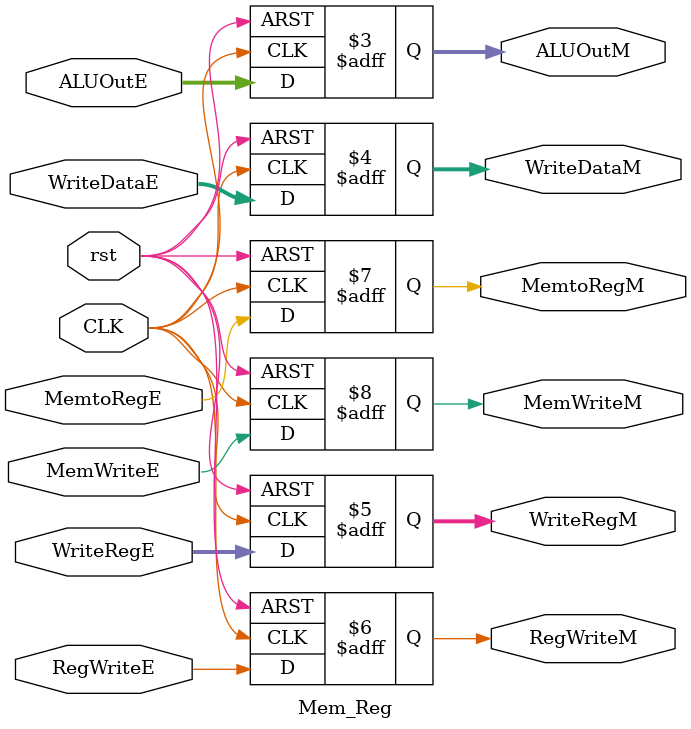
<source format=v>
module Mem_Reg (
input [31:0] ALUOutE , WriteDataE,
input [4:0] WriteRegE,
input CLK , rst , RegWriteE , MemtoRegE , MemWriteE,
output reg [31:0] ALUOutM , WriteDataM,
output reg [4:0] WriteRegM,
output reg RegWriteM , MemtoRegM , MemWriteM 
);
 always @( posedge CLK or negedge rst )
begin
if ( !rst ) begin
ALUOutM <= 32'b0;
WriteDataM <= 32'b0;
WriteRegM <= 5'b0;
RegWriteM <= 1'b0;
MemtoRegM <= 1'b0;
MemWriteM <= 1'b0;
end
else begin
ALUOutM <= ALUOutE;
WriteDataM <= WriteDataE;
WriteRegM <= WriteRegE;
RegWriteM <= RegWriteE;
MemtoRegM <= MemtoRegE;
MemWriteM <= MemWriteE;
end
end

endmodule

</source>
